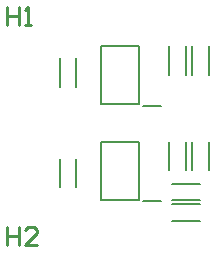
<source format=gto>
G04*
G04 #@! TF.GenerationSoftware,Altium Limited,Altium Designer,20.0.2 (26)*
G04*
G04 Layer_Color=65535*
%FSLAX25Y25*%
%MOIN*%
G70*
G01*
G75*
%ADD10C,0.00600*%
%ADD11C,0.00787*%
%ADD12C,0.01000*%
D10*
X53543Y54677D02*
Y64126D01*
X48031Y54677D02*
Y64126D01*
X45748Y54677D02*
Y64126D01*
X40236Y54677D02*
Y64126D01*
X53543Y22866D02*
Y32315D01*
X48031Y22866D02*
Y32315D01*
X45748Y22866D02*
Y32315D01*
X40236Y22866D02*
Y32315D01*
X9291Y50669D02*
Y60118D01*
X3779Y50669D02*
Y60118D01*
X9291Y17126D02*
Y26575D01*
X3779Y17126D02*
Y26575D01*
X41102Y11614D02*
X50551D01*
X41102Y6102D02*
X50551D01*
X41260Y12835D02*
X50709D01*
X41260Y18347D02*
X50709D01*
D11*
X17577Y44842D02*
X30175D01*
X17577D02*
Y64134D01*
X30175D01*
Y44842D02*
Y64134D01*
X31553Y44331D02*
X37557D01*
X17577Y13032D02*
X30175D01*
X17577D02*
Y32323D01*
X30175D01*
Y13032D02*
Y32323D01*
X31553Y12520D02*
X37557D01*
D12*
X-13898Y77140D02*
Y71142D01*
Y74141D01*
X-9899D01*
Y77140D01*
Y71142D01*
X-7900D02*
X-5900D01*
X-6900D01*
Y77140D01*
X-7900Y76140D01*
X-13898Y3793D02*
Y-2205D01*
Y794D01*
X-9899D01*
Y3793D01*
Y-2205D01*
X-3901D02*
X-7900D01*
X-3901Y1794D01*
Y2794D01*
X-4901Y3793D01*
X-6900D01*
X-7900Y2794D01*
M02*

</source>
